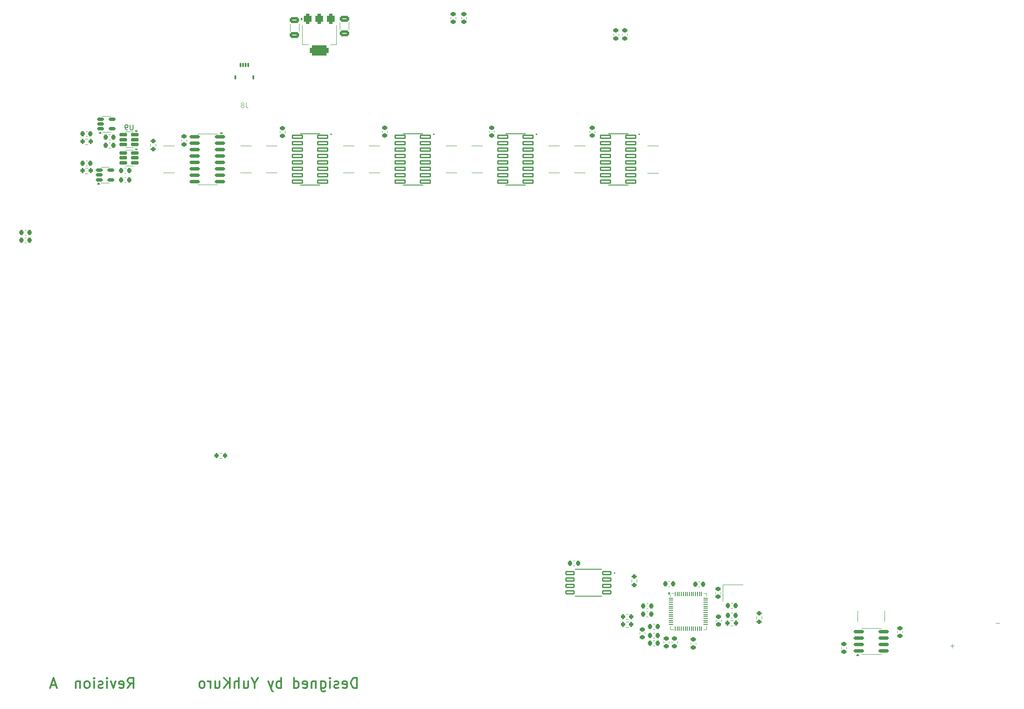
<source format=gbr>
%TF.GenerationSoftware,KiCad,Pcbnew,8.0.4*%
%TF.CreationDate,2024-10-18T15:07:03-05:00*%
%TF.ProjectId,numlocked_shift,6e756d6c-6f63-46b6-9564-5f7368696674,rev?*%
%TF.SameCoordinates,Original*%
%TF.FileFunction,Legend,Bot*%
%TF.FilePolarity,Positive*%
%FSLAX46Y46*%
G04 Gerber Fmt 4.6, Leading zero omitted, Abs format (unit mm)*
G04 Created by KiCad (PCBNEW 8.0.4) date 2024-10-18 15:07:03*
%MOMM*%
%LPD*%
G01*
G04 APERTURE LIST*
G04 Aperture macros list*
%AMRoundRect*
0 Rectangle with rounded corners*
0 $1 Rounding radius*
0 $2 $3 $4 $5 $6 $7 $8 $9 X,Y pos of 4 corners*
0 Add a 4 corners polygon primitive as box body*
4,1,4,$2,$3,$4,$5,$6,$7,$8,$9,$2,$3,0*
0 Add four circle primitives for the rounded corners*
1,1,$1+$1,$2,$3*
1,1,$1+$1,$4,$5*
1,1,$1+$1,$6,$7*
1,1,$1+$1,$8,$9*
0 Add four rect primitives between the rounded corners*
20,1,$1+$1,$2,$3,$4,$5,0*
20,1,$1+$1,$4,$5,$6,$7,0*
20,1,$1+$1,$6,$7,$8,$9,0*
20,1,$1+$1,$8,$9,$2,$3,0*%
G04 Aperture macros list end*
%ADD10C,0.300000*%
%ADD11C,0.100000*%
%ADD12C,0.150000*%
%ADD13C,0.120000*%
%ADD14C,0.127000*%
%ADD15C,0.200000*%
%ADD16C,1.700000*%
%ADD17C,3.000000*%
%ADD18C,4.000000*%
%ADD19R,2.550000X2.500000*%
%ADD20R,1.350000X1.350000*%
%ADD21O,1.350000X1.350000*%
%ADD22C,4.400000*%
%ADD23C,3.050000*%
%ADD24C,1.800000*%
%ADD25R,1.700000X1.700000*%
%ADD26O,1.700000X1.700000*%
%ADD27RoundRect,0.150000X-0.512500X-0.150000X0.512500X-0.150000X0.512500X0.150000X-0.512500X0.150000X0*%
%ADD28RoundRect,0.250000X-0.650000X0.325000X-0.650000X-0.325000X0.650000X-0.325000X0.650000X0.325000X0*%
%ADD29RoundRect,0.225000X0.225000X0.250000X-0.225000X0.250000X-0.225000X-0.250000X0.225000X-0.250000X0*%
%ADD30R,0.900000X0.900000*%
%ADD31C,1.200000*%
%ADD32R,4.350000X2.300000*%
%ADD33R,4.040000X2.300000*%
%ADD34RoundRect,0.225000X0.250000X-0.225000X0.250000X0.225000X-0.250000X0.225000X-0.250000X-0.225000X0*%
%ADD35RoundRect,0.225000X-0.250000X0.225000X-0.250000X-0.225000X0.250000X-0.225000X0.250000X0.225000X0*%
%ADD36RoundRect,0.100500X0.986500X0.301500X-0.986500X0.301500X-0.986500X-0.301500X0.986500X-0.301500X0*%
%ADD37RoundRect,0.098000X0.809000X0.294000X-0.809000X0.294000X-0.809000X-0.294000X0.809000X-0.294000X0*%
%ADD38RoundRect,0.200000X-0.200000X-0.275000X0.200000X-0.275000X0.200000X0.275000X-0.200000X0.275000X0*%
%ADD39RoundRect,0.150000X0.650000X0.150000X-0.650000X0.150000X-0.650000X-0.150000X0.650000X-0.150000X0*%
%ADD40RoundRect,0.225000X-0.225000X-0.250000X0.225000X-0.250000X0.225000X0.250000X-0.225000X0.250000X0*%
%ADD41RoundRect,0.200000X0.200000X0.275000X-0.200000X0.275000X-0.200000X-0.275000X0.200000X-0.275000X0*%
%ADD42RoundRect,0.075000X0.075000X0.325000X-0.075000X0.325000X-0.075000X-0.325000X0.075000X-0.325000X0*%
%ADD43RoundRect,0.100000X0.100000X0.300000X-0.100000X0.300000X-0.100000X-0.300000X0.100000X-0.300000X0*%
%ADD44RoundRect,0.050000X-0.050000X0.387500X-0.050000X-0.387500X0.050000X-0.387500X0.050000X0.387500X0*%
%ADD45RoundRect,0.050000X-0.387500X0.050000X-0.387500X-0.050000X0.387500X-0.050000X0.387500X0.050000X0*%
%ADD46R,3.200000X3.200000*%
%ADD47RoundRect,0.200000X-0.275000X0.200000X-0.275000X-0.200000X0.275000X-0.200000X0.275000X0.200000X0*%
%ADD48RoundRect,0.375000X-0.375000X0.625000X-0.375000X-0.625000X0.375000X-0.625000X0.375000X0.625000X0*%
%ADD49RoundRect,0.500000X-1.400000X0.500000X-1.400000X-0.500000X1.400000X-0.500000X1.400000X0.500000X0*%
%ADD50R,1.400000X1.200000*%
%ADD51RoundRect,0.150000X-0.825000X-0.150000X0.825000X-0.150000X0.825000X0.150000X-0.825000X0.150000X0*%
%ADD52RoundRect,0.150000X0.850000X0.150000X-0.850000X0.150000X-0.850000X-0.150000X0.850000X-0.150000X0*%
G04 APERTURE END LIST*
D10*
X96226441Y-163239638D02*
X96226441Y-161239638D01*
X96226441Y-161239638D02*
X95750251Y-161239638D01*
X95750251Y-161239638D02*
X95464536Y-161334876D01*
X95464536Y-161334876D02*
X95274060Y-161525352D01*
X95274060Y-161525352D02*
X95178822Y-161715828D01*
X95178822Y-161715828D02*
X95083584Y-162096780D01*
X95083584Y-162096780D02*
X95083584Y-162382495D01*
X95083584Y-162382495D02*
X95178822Y-162763447D01*
X95178822Y-162763447D02*
X95274060Y-162953923D01*
X95274060Y-162953923D02*
X95464536Y-163144400D01*
X95464536Y-163144400D02*
X95750251Y-163239638D01*
X95750251Y-163239638D02*
X96226441Y-163239638D01*
X93464536Y-163144400D02*
X93655012Y-163239638D01*
X93655012Y-163239638D02*
X94035965Y-163239638D01*
X94035965Y-163239638D02*
X94226441Y-163144400D01*
X94226441Y-163144400D02*
X94321679Y-162953923D01*
X94321679Y-162953923D02*
X94321679Y-162192019D01*
X94321679Y-162192019D02*
X94226441Y-162001542D01*
X94226441Y-162001542D02*
X94035965Y-161906304D01*
X94035965Y-161906304D02*
X93655012Y-161906304D01*
X93655012Y-161906304D02*
X93464536Y-162001542D01*
X93464536Y-162001542D02*
X93369298Y-162192019D01*
X93369298Y-162192019D02*
X93369298Y-162382495D01*
X93369298Y-162382495D02*
X94321679Y-162572971D01*
X92607393Y-163144400D02*
X92416917Y-163239638D01*
X92416917Y-163239638D02*
X92035965Y-163239638D01*
X92035965Y-163239638D02*
X91845488Y-163144400D01*
X91845488Y-163144400D02*
X91750250Y-162953923D01*
X91750250Y-162953923D02*
X91750250Y-162858685D01*
X91750250Y-162858685D02*
X91845488Y-162668209D01*
X91845488Y-162668209D02*
X92035965Y-162572971D01*
X92035965Y-162572971D02*
X92321679Y-162572971D01*
X92321679Y-162572971D02*
X92512155Y-162477733D01*
X92512155Y-162477733D02*
X92607393Y-162287257D01*
X92607393Y-162287257D02*
X92607393Y-162192019D01*
X92607393Y-162192019D02*
X92512155Y-162001542D01*
X92512155Y-162001542D02*
X92321679Y-161906304D01*
X92321679Y-161906304D02*
X92035965Y-161906304D01*
X92035965Y-161906304D02*
X91845488Y-162001542D01*
X90893107Y-163239638D02*
X90893107Y-161906304D01*
X90893107Y-161239638D02*
X90988345Y-161334876D01*
X90988345Y-161334876D02*
X90893107Y-161430114D01*
X90893107Y-161430114D02*
X90797869Y-161334876D01*
X90797869Y-161334876D02*
X90893107Y-161239638D01*
X90893107Y-161239638D02*
X90893107Y-161430114D01*
X89083583Y-161906304D02*
X89083583Y-163525352D01*
X89083583Y-163525352D02*
X89178821Y-163715828D01*
X89178821Y-163715828D02*
X89274059Y-163811066D01*
X89274059Y-163811066D02*
X89464536Y-163906304D01*
X89464536Y-163906304D02*
X89750250Y-163906304D01*
X89750250Y-163906304D02*
X89940726Y-163811066D01*
X89083583Y-163144400D02*
X89274059Y-163239638D01*
X89274059Y-163239638D02*
X89655012Y-163239638D01*
X89655012Y-163239638D02*
X89845488Y-163144400D01*
X89845488Y-163144400D02*
X89940726Y-163049161D01*
X89940726Y-163049161D02*
X90035964Y-162858685D01*
X90035964Y-162858685D02*
X90035964Y-162287257D01*
X90035964Y-162287257D02*
X89940726Y-162096780D01*
X89940726Y-162096780D02*
X89845488Y-162001542D01*
X89845488Y-162001542D02*
X89655012Y-161906304D01*
X89655012Y-161906304D02*
X89274059Y-161906304D01*
X89274059Y-161906304D02*
X89083583Y-162001542D01*
X88131202Y-161906304D02*
X88131202Y-163239638D01*
X88131202Y-162096780D02*
X88035964Y-162001542D01*
X88035964Y-162001542D02*
X87845488Y-161906304D01*
X87845488Y-161906304D02*
X87559773Y-161906304D01*
X87559773Y-161906304D02*
X87369297Y-162001542D01*
X87369297Y-162001542D02*
X87274059Y-162192019D01*
X87274059Y-162192019D02*
X87274059Y-163239638D01*
X85559773Y-163144400D02*
X85750249Y-163239638D01*
X85750249Y-163239638D02*
X86131202Y-163239638D01*
X86131202Y-163239638D02*
X86321678Y-163144400D01*
X86321678Y-163144400D02*
X86416916Y-162953923D01*
X86416916Y-162953923D02*
X86416916Y-162192019D01*
X86416916Y-162192019D02*
X86321678Y-162001542D01*
X86321678Y-162001542D02*
X86131202Y-161906304D01*
X86131202Y-161906304D02*
X85750249Y-161906304D01*
X85750249Y-161906304D02*
X85559773Y-162001542D01*
X85559773Y-162001542D02*
X85464535Y-162192019D01*
X85464535Y-162192019D02*
X85464535Y-162382495D01*
X85464535Y-162382495D02*
X86416916Y-162572971D01*
X83750249Y-163239638D02*
X83750249Y-161239638D01*
X83750249Y-163144400D02*
X83940725Y-163239638D01*
X83940725Y-163239638D02*
X84321678Y-163239638D01*
X84321678Y-163239638D02*
X84512154Y-163144400D01*
X84512154Y-163144400D02*
X84607392Y-163049161D01*
X84607392Y-163049161D02*
X84702630Y-162858685D01*
X84702630Y-162858685D02*
X84702630Y-162287257D01*
X84702630Y-162287257D02*
X84607392Y-162096780D01*
X84607392Y-162096780D02*
X84512154Y-162001542D01*
X84512154Y-162001542D02*
X84321678Y-161906304D01*
X84321678Y-161906304D02*
X83940725Y-161906304D01*
X83940725Y-161906304D02*
X83750249Y-162001542D01*
X81274058Y-163239638D02*
X81274058Y-161239638D01*
X81274058Y-162001542D02*
X81083582Y-161906304D01*
X81083582Y-161906304D02*
X80702629Y-161906304D01*
X80702629Y-161906304D02*
X80512153Y-162001542D01*
X80512153Y-162001542D02*
X80416915Y-162096780D01*
X80416915Y-162096780D02*
X80321677Y-162287257D01*
X80321677Y-162287257D02*
X80321677Y-162858685D01*
X80321677Y-162858685D02*
X80416915Y-163049161D01*
X80416915Y-163049161D02*
X80512153Y-163144400D01*
X80512153Y-163144400D02*
X80702629Y-163239638D01*
X80702629Y-163239638D02*
X81083582Y-163239638D01*
X81083582Y-163239638D02*
X81274058Y-163144400D01*
X79655010Y-161906304D02*
X79178820Y-163239638D01*
X78702629Y-161906304D02*
X79178820Y-163239638D01*
X79178820Y-163239638D02*
X79369296Y-163715828D01*
X79369296Y-163715828D02*
X79464534Y-163811066D01*
X79464534Y-163811066D02*
X79655010Y-163906304D01*
X76035962Y-162287257D02*
X76035962Y-163239638D01*
X76702628Y-161239638D02*
X76035962Y-162287257D01*
X76035962Y-162287257D02*
X75369295Y-161239638D01*
X73845485Y-161906304D02*
X73845485Y-163239638D01*
X74702628Y-161906304D02*
X74702628Y-162953923D01*
X74702628Y-162953923D02*
X74607390Y-163144400D01*
X74607390Y-163144400D02*
X74416914Y-163239638D01*
X74416914Y-163239638D02*
X74131199Y-163239638D01*
X74131199Y-163239638D02*
X73940723Y-163144400D01*
X73940723Y-163144400D02*
X73845485Y-163049161D01*
X72893104Y-163239638D02*
X72893104Y-161239638D01*
X72035961Y-163239638D02*
X72035961Y-162192019D01*
X72035961Y-162192019D02*
X72131199Y-162001542D01*
X72131199Y-162001542D02*
X72321675Y-161906304D01*
X72321675Y-161906304D02*
X72607390Y-161906304D01*
X72607390Y-161906304D02*
X72797866Y-162001542D01*
X72797866Y-162001542D02*
X72893104Y-162096780D01*
X71083580Y-163239638D02*
X71083580Y-161239638D01*
X69940723Y-163239638D02*
X70797866Y-162096780D01*
X69940723Y-161239638D02*
X71083580Y-162382495D01*
X68226437Y-161906304D02*
X68226437Y-163239638D01*
X69083580Y-161906304D02*
X69083580Y-162953923D01*
X69083580Y-162953923D02*
X68988342Y-163144400D01*
X68988342Y-163144400D02*
X68797866Y-163239638D01*
X68797866Y-163239638D02*
X68512151Y-163239638D01*
X68512151Y-163239638D02*
X68321675Y-163144400D01*
X68321675Y-163144400D02*
X68226437Y-163049161D01*
X67274056Y-163239638D02*
X67274056Y-161906304D01*
X67274056Y-162287257D02*
X67178818Y-162096780D01*
X67178818Y-162096780D02*
X67083580Y-162001542D01*
X67083580Y-162001542D02*
X66893104Y-161906304D01*
X66893104Y-161906304D02*
X66702627Y-161906304D01*
X65750247Y-163239638D02*
X65940723Y-163144400D01*
X65940723Y-163144400D02*
X66035961Y-163049161D01*
X66035961Y-163049161D02*
X66131199Y-162858685D01*
X66131199Y-162858685D02*
X66131199Y-162287257D01*
X66131199Y-162287257D02*
X66035961Y-162096780D01*
X66035961Y-162096780D02*
X65940723Y-162001542D01*
X65940723Y-162001542D02*
X65750247Y-161906304D01*
X65750247Y-161906304D02*
X65464532Y-161906304D01*
X65464532Y-161906304D02*
X65274056Y-162001542D01*
X65274056Y-162001542D02*
X65178818Y-162096780D01*
X65178818Y-162096780D02*
X65083580Y-162287257D01*
X65083580Y-162287257D02*
X65083580Y-162858685D01*
X65083580Y-162858685D02*
X65178818Y-163049161D01*
X65178818Y-163049161D02*
X65274056Y-163144400D01*
X65274056Y-163144400D02*
X65464532Y-163239638D01*
X65464532Y-163239638D02*
X65750247Y-163239638D01*
X50893100Y-163239638D02*
X51559767Y-162287257D01*
X52035957Y-163239638D02*
X52035957Y-161239638D01*
X52035957Y-161239638D02*
X51274052Y-161239638D01*
X51274052Y-161239638D02*
X51083576Y-161334876D01*
X51083576Y-161334876D02*
X50988338Y-161430114D01*
X50988338Y-161430114D02*
X50893100Y-161620590D01*
X50893100Y-161620590D02*
X50893100Y-161906304D01*
X50893100Y-161906304D02*
X50988338Y-162096780D01*
X50988338Y-162096780D02*
X51083576Y-162192019D01*
X51083576Y-162192019D02*
X51274052Y-162287257D01*
X51274052Y-162287257D02*
X52035957Y-162287257D01*
X49274052Y-163144400D02*
X49464528Y-163239638D01*
X49464528Y-163239638D02*
X49845481Y-163239638D01*
X49845481Y-163239638D02*
X50035957Y-163144400D01*
X50035957Y-163144400D02*
X50131195Y-162953923D01*
X50131195Y-162953923D02*
X50131195Y-162192019D01*
X50131195Y-162192019D02*
X50035957Y-162001542D01*
X50035957Y-162001542D02*
X49845481Y-161906304D01*
X49845481Y-161906304D02*
X49464528Y-161906304D01*
X49464528Y-161906304D02*
X49274052Y-162001542D01*
X49274052Y-162001542D02*
X49178814Y-162192019D01*
X49178814Y-162192019D02*
X49178814Y-162382495D01*
X49178814Y-162382495D02*
X50131195Y-162572971D01*
X48512147Y-161906304D02*
X48035957Y-163239638D01*
X48035957Y-163239638D02*
X47559766Y-161906304D01*
X46797861Y-163239638D02*
X46797861Y-161906304D01*
X46797861Y-161239638D02*
X46893099Y-161334876D01*
X46893099Y-161334876D02*
X46797861Y-161430114D01*
X46797861Y-161430114D02*
X46702623Y-161334876D01*
X46702623Y-161334876D02*
X46797861Y-161239638D01*
X46797861Y-161239638D02*
X46797861Y-161430114D01*
X45940718Y-163144400D02*
X45750242Y-163239638D01*
X45750242Y-163239638D02*
X45369290Y-163239638D01*
X45369290Y-163239638D02*
X45178813Y-163144400D01*
X45178813Y-163144400D02*
X45083575Y-162953923D01*
X45083575Y-162953923D02*
X45083575Y-162858685D01*
X45083575Y-162858685D02*
X45178813Y-162668209D01*
X45178813Y-162668209D02*
X45369290Y-162572971D01*
X45369290Y-162572971D02*
X45655004Y-162572971D01*
X45655004Y-162572971D02*
X45845480Y-162477733D01*
X45845480Y-162477733D02*
X45940718Y-162287257D01*
X45940718Y-162287257D02*
X45940718Y-162192019D01*
X45940718Y-162192019D02*
X45845480Y-162001542D01*
X45845480Y-162001542D02*
X45655004Y-161906304D01*
X45655004Y-161906304D02*
X45369290Y-161906304D01*
X45369290Y-161906304D02*
X45178813Y-162001542D01*
X44226432Y-163239638D02*
X44226432Y-161906304D01*
X44226432Y-161239638D02*
X44321670Y-161334876D01*
X44321670Y-161334876D02*
X44226432Y-161430114D01*
X44226432Y-161430114D02*
X44131194Y-161334876D01*
X44131194Y-161334876D02*
X44226432Y-161239638D01*
X44226432Y-161239638D02*
X44226432Y-161430114D01*
X42988337Y-163239638D02*
X43178813Y-163144400D01*
X43178813Y-163144400D02*
X43274051Y-163049161D01*
X43274051Y-163049161D02*
X43369289Y-162858685D01*
X43369289Y-162858685D02*
X43369289Y-162287257D01*
X43369289Y-162287257D02*
X43274051Y-162096780D01*
X43274051Y-162096780D02*
X43178813Y-162001542D01*
X43178813Y-162001542D02*
X42988337Y-161906304D01*
X42988337Y-161906304D02*
X42702622Y-161906304D01*
X42702622Y-161906304D02*
X42512146Y-162001542D01*
X42512146Y-162001542D02*
X42416908Y-162096780D01*
X42416908Y-162096780D02*
X42321670Y-162287257D01*
X42321670Y-162287257D02*
X42321670Y-162858685D01*
X42321670Y-162858685D02*
X42416908Y-163049161D01*
X42416908Y-163049161D02*
X42512146Y-163144400D01*
X42512146Y-163144400D02*
X42702622Y-163239638D01*
X42702622Y-163239638D02*
X42988337Y-163239638D01*
X41464527Y-161906304D02*
X41464527Y-163239638D01*
X41464527Y-162096780D02*
X41369289Y-162001542D01*
X41369289Y-162001542D02*
X41178813Y-161906304D01*
X41178813Y-161906304D02*
X40893098Y-161906304D01*
X40893098Y-161906304D02*
X40702622Y-162001542D01*
X40702622Y-162001542D02*
X40607384Y-162192019D01*
X40607384Y-162192019D02*
X40607384Y-163239638D01*
X36702621Y-162668209D02*
X35750240Y-162668209D01*
X36893097Y-163239638D02*
X36226431Y-161239638D01*
X36226431Y-161239638D02*
X35559764Y-163239638D01*
D11*
X223396115Y-150391466D02*
X222634211Y-150391466D01*
X214396115Y-154891466D02*
X213634211Y-154891466D01*
X214015163Y-155272419D02*
X214015163Y-154510514D01*
D12*
X51935104Y-51654819D02*
X51935104Y-52464342D01*
X51935104Y-52464342D02*
X51887485Y-52559580D01*
X51887485Y-52559580D02*
X51839866Y-52607200D01*
X51839866Y-52607200D02*
X51744628Y-52654819D01*
X51744628Y-52654819D02*
X51554152Y-52654819D01*
X51554152Y-52654819D02*
X51458914Y-52607200D01*
X51458914Y-52607200D02*
X51411295Y-52559580D01*
X51411295Y-52559580D02*
X51363676Y-52464342D01*
X51363676Y-52464342D02*
X51363676Y-51654819D01*
X50839866Y-52654819D02*
X50649390Y-52654819D01*
X50649390Y-52654819D02*
X50554152Y-52607200D01*
X50554152Y-52607200D02*
X50506533Y-52559580D01*
X50506533Y-52559580D02*
X50411295Y-52416723D01*
X50411295Y-52416723D02*
X50363676Y-52226247D01*
X50363676Y-52226247D02*
X50363676Y-51845295D01*
X50363676Y-51845295D02*
X50411295Y-51750057D01*
X50411295Y-51750057D02*
X50458914Y-51702438D01*
X50458914Y-51702438D02*
X50554152Y-51654819D01*
X50554152Y-51654819D02*
X50744628Y-51654819D01*
X50744628Y-51654819D02*
X50839866Y-51702438D01*
X50839866Y-51702438D02*
X50887485Y-51750057D01*
X50887485Y-51750057D02*
X50935104Y-51845295D01*
X50935104Y-51845295D02*
X50935104Y-52083390D01*
X50935104Y-52083390D02*
X50887485Y-52178628D01*
X50887485Y-52178628D02*
X50839866Y-52226247D01*
X50839866Y-52226247D02*
X50744628Y-52273866D01*
X50744628Y-52273866D02*
X50554152Y-52273866D01*
X50554152Y-52273866D02*
X50458914Y-52226247D01*
X50458914Y-52226247D02*
X50411295Y-52178628D01*
X50411295Y-52178628D02*
X50363676Y-52083390D01*
D11*
X74298133Y-47257419D02*
X74298133Y-47971704D01*
X74298133Y-47971704D02*
X74345752Y-48114561D01*
X74345752Y-48114561D02*
X74440990Y-48209800D01*
X74440990Y-48209800D02*
X74583847Y-48257419D01*
X74583847Y-48257419D02*
X74679085Y-48257419D01*
X73679085Y-47685990D02*
X73774323Y-47638371D01*
X73774323Y-47638371D02*
X73821942Y-47590752D01*
X73821942Y-47590752D02*
X73869561Y-47495514D01*
X73869561Y-47495514D02*
X73869561Y-47447895D01*
X73869561Y-47447895D02*
X73821942Y-47352657D01*
X73821942Y-47352657D02*
X73774323Y-47305038D01*
X73774323Y-47305038D02*
X73679085Y-47257419D01*
X73679085Y-47257419D02*
X73488609Y-47257419D01*
X73488609Y-47257419D02*
X73393371Y-47305038D01*
X73393371Y-47305038D02*
X73345752Y-47352657D01*
X73345752Y-47352657D02*
X73298133Y-47447895D01*
X73298133Y-47447895D02*
X73298133Y-47495514D01*
X73298133Y-47495514D02*
X73345752Y-47590752D01*
X73345752Y-47590752D02*
X73393371Y-47638371D01*
X73393371Y-47638371D02*
X73488609Y-47685990D01*
X73488609Y-47685990D02*
X73679085Y-47685990D01*
X73679085Y-47685990D02*
X73774323Y-47733609D01*
X73774323Y-47733609D02*
X73821942Y-47781228D01*
X73821942Y-47781228D02*
X73869561Y-47876466D01*
X73869561Y-47876466D02*
X73869561Y-48066942D01*
X73869561Y-48066942D02*
X73821942Y-48162180D01*
X73821942Y-48162180D02*
X73774323Y-48209800D01*
X73774323Y-48209800D02*
X73679085Y-48257419D01*
X73679085Y-48257419D02*
X73488609Y-48257419D01*
X73488609Y-48257419D02*
X73393371Y-48209800D01*
X73393371Y-48209800D02*
X73345752Y-48162180D01*
X73345752Y-48162180D02*
X73298133Y-48066942D01*
X73298133Y-48066942D02*
X73298133Y-47876466D01*
X73298133Y-47876466D02*
X73345752Y-47781228D01*
X73345752Y-47781228D02*
X73393371Y-47733609D01*
X73393371Y-47733609D02*
X73488609Y-47685990D01*
D13*
%TO.C,U12*%
X45600000Y-60040000D02*
X46400000Y-60040000D01*
X45600000Y-63160000D02*
X46400000Y-63160000D01*
X47200000Y-60040000D02*
X46400000Y-60040000D01*
X47200000Y-63160000D02*
X46400000Y-63160000D01*
X45340000Y-63440000D02*
X44860000Y-63440000D01*
X45100000Y-63110000D01*
X45340000Y-63440000D01*
G36*
X45340000Y-63440000D02*
G01*
X44860000Y-63440000D01*
X45100000Y-63110000D01*
X45340000Y-63440000D01*
G37*
%TO.C,C16*%
X82990000Y-33111252D02*
X82990000Y-31688748D01*
X84810000Y-33111252D02*
X84810000Y-31688748D01*
%TO.C,C29*%
X30509420Y-73990000D02*
X30790580Y-73990000D01*
X30509420Y-75010000D02*
X30790580Y-75010000D01*
%TO.C,RN9*%
X195330000Y-147950000D02*
X195330000Y-150050000D01*
X200670000Y-147950000D02*
X200670000Y-150050000D01*
%TO.C,C19*%
X116892700Y-30355820D02*
X116892700Y-30636980D01*
X117912700Y-30355820D02*
X117912700Y-30636980D01*
%TO.C,C25*%
X142290000Y-52894620D02*
X142290000Y-53175780D01*
X143310000Y-52894620D02*
X143310000Y-53175780D01*
%TO.C,C13*%
X167190000Y-144540580D02*
X167190000Y-144259420D01*
X168210000Y-144540580D02*
X168210000Y-144259420D01*
%TO.C,C22*%
X80990000Y-52959420D02*
X80990000Y-53240580D01*
X82010000Y-52959420D02*
X82010000Y-53240580D01*
%TO.C,C33*%
X203172600Y-152005420D02*
X203172600Y-152286580D01*
X204192600Y-152005420D02*
X204192600Y-152286580D01*
%TO.C,C31*%
X146990000Y-33890580D02*
X146990000Y-33609420D01*
X148010000Y-33890580D02*
X148010000Y-33609420D01*
%TO.C,C17*%
X92830000Y-32821252D02*
X92830000Y-31398748D01*
X94650000Y-32821252D02*
X94650000Y-31398748D01*
D14*
%TO.C,U4*%
X85019400Y-53431200D02*
X88919400Y-53431200D01*
X85019400Y-63561200D02*
X88919400Y-63561200D01*
D15*
X91214400Y-53551200D02*
G75*
G02*
X91014400Y-53551200I-100000J0D01*
G01*
X91014400Y-53551200D02*
G75*
G02*
X91214400Y-53551200I100000J0D01*
G01*
D13*
%TO.C,C11*%
X154859420Y-152290000D02*
X155140580Y-152290000D01*
X154859420Y-153310000D02*
X155140580Y-153310000D01*
%TO.C,RN7*%
X141359400Y-55826200D02*
X139259400Y-55826200D01*
X141359400Y-61166200D02*
X139259400Y-61166200D01*
D14*
%TO.C,U2*%
X139396800Y-139752400D02*
X144676800Y-139752400D01*
X139396800Y-145032400D02*
X144676800Y-145032400D01*
D15*
X147351800Y-140487400D02*
G75*
G02*
X147151800Y-140487400I-100000J0D01*
G01*
X147151800Y-140487400D02*
G75*
G02*
X147351800Y-140487400I100000J0D01*
G01*
D13*
%TO.C,C28*%
X30509420Y-72490000D02*
X30790580Y-72490000D01*
X30509420Y-73510000D02*
X30790580Y-73510000D01*
%TO.C,R2*%
X149944858Y-148600900D02*
X149470342Y-148600900D01*
X149944858Y-149645900D02*
X149470342Y-149645900D01*
%TO.C,RN6*%
X134179400Y-55826200D02*
X136279400Y-55826200D01*
X134179400Y-61166200D02*
X136279400Y-61166200D01*
%TO.C,RN8*%
X153712200Y-55851600D02*
X155812200Y-55851600D01*
X153712200Y-61191600D02*
X155812200Y-61191600D01*
%TO.C,U9*%
X50398200Y-53040000D02*
X51173200Y-53040000D01*
X50398200Y-56160000D02*
X51173200Y-56160000D01*
X51948200Y-53040000D02*
X51173200Y-53040000D01*
X51948200Y-56160000D02*
X51173200Y-56160000D01*
X52535700Y-53090000D02*
X52295700Y-52760000D01*
X52775700Y-52760000D01*
X52535700Y-53090000D01*
G36*
X52535700Y-53090000D02*
G01*
X52295700Y-52760000D01*
X52775700Y-52760000D01*
X52535700Y-53090000D01*
G37*
%TO.C,RN1*%
X80399400Y-55826200D02*
X78299400Y-55826200D01*
X80399400Y-61166200D02*
X78299400Y-61166200D01*
%TO.C,C26*%
X50540580Y-62090000D02*
X50259420Y-62090000D01*
X50540580Y-63110000D02*
X50259420Y-63110000D01*
%TO.C,C36*%
X47159420Y-53590000D02*
X47440580Y-53590000D01*
X47159420Y-54610000D02*
X47440580Y-54610000D01*
%TO.C,C35*%
X50540580Y-60240000D02*
X50259420Y-60240000D01*
X50540580Y-61260000D02*
X50259420Y-61260000D01*
%TO.C,C5*%
X154859420Y-153890000D02*
X155140580Y-153890000D01*
X154859420Y-154910000D02*
X155140580Y-154910000D01*
%TO.C,R3*%
X149944858Y-150150300D02*
X149470342Y-150150300D01*
X149944858Y-151195300D02*
X149470342Y-151195300D01*
%TO.C,U11*%
X45900000Y-49940000D02*
X46700000Y-49940000D01*
X45900000Y-53060000D02*
X46700000Y-53060000D01*
X47500000Y-49940000D02*
X46700000Y-49940000D01*
X47500000Y-53060000D02*
X46700000Y-53060000D01*
X45640000Y-53340000D02*
X45160000Y-53340000D01*
X45400000Y-53010000D01*
X45640000Y-53340000D01*
G36*
X45640000Y-53340000D02*
G01*
X45160000Y-53340000D01*
X45400000Y-53010000D01*
X45640000Y-53340000D01*
G37*
%TO.C,R4*%
X170637258Y-149877500D02*
X170162742Y-149877500D01*
X170637258Y-150922500D02*
X170162742Y-150922500D01*
%TO.C,C12*%
X154859420Y-150590000D02*
X155140580Y-150590000D01*
X154859420Y-151610000D02*
X155140580Y-151610000D01*
%TO.C,C2*%
X153529420Y-146454400D02*
X153810580Y-146454400D01*
X153529420Y-147474400D02*
X153810580Y-147474400D01*
%TO.C,C32*%
X192040000Y-155440580D02*
X192040000Y-155159420D01*
X193060000Y-155440580D02*
X193060000Y-155159420D01*
%TO.C,R10*%
X42512742Y-60227500D02*
X42987258Y-60227500D01*
X42512742Y-61272500D02*
X42987258Y-61272500D01*
%TO.C,C4*%
X153529420Y-148105400D02*
X153810580Y-148105400D01*
X153529420Y-149125400D02*
X153810580Y-149125400D01*
%TO.C,RN2*%
X93539400Y-55826200D02*
X95639400Y-55826200D01*
X93539400Y-61166200D02*
X95639400Y-61166200D01*
%TO.C,C1*%
X152190000Y-152540580D02*
X152190000Y-152259420D01*
X153210000Y-152540580D02*
X153210000Y-152259420D01*
D14*
%TO.C,U7*%
X145979400Y-53431200D02*
X149879400Y-53431200D01*
X145979400Y-63561200D02*
X149879400Y-63561200D01*
D15*
X152174400Y-53551200D02*
G75*
G02*
X151974400Y-53551200I-100000J0D01*
G01*
X151974400Y-53551200D02*
G75*
G02*
X152174400Y-53551200I100000J0D01*
G01*
D13*
%TO.C,U1*%
X158210200Y-144738100D02*
X158210200Y-145088100D01*
X158210200Y-151658100D02*
X158210200Y-151008100D01*
X158450200Y-144438100D02*
X158860200Y-144438100D01*
X158860200Y-151658100D02*
X158210200Y-151658100D01*
X164780200Y-144438100D02*
X165430200Y-144438100D01*
X164780200Y-151658100D02*
X165430200Y-151658100D01*
X165430200Y-144438100D02*
X165430200Y-145088100D01*
X165430200Y-151658100D02*
X165430200Y-151008100D01*
X158210200Y-144438100D02*
X157880200Y-144678100D01*
X157880200Y-144198100D01*
X158210200Y-144438100D01*
G36*
X158210200Y-144438100D02*
G01*
X157880200Y-144678100D01*
X157880200Y-144198100D01*
X158210200Y-144438100D01*
G37*
%TO.C,R6*%
X55377500Y-55937258D02*
X55377500Y-55462742D01*
X56422500Y-55937258D02*
X56422500Y-55462742D01*
%TO.C,C3*%
X167257000Y-150025980D02*
X167257000Y-149744820D01*
X168277000Y-150025980D02*
X168277000Y-149744820D01*
%TO.C,C34*%
X42609420Y-52890000D02*
X42890580Y-52890000D01*
X42609420Y-53910000D02*
X42890580Y-53910000D01*
%TO.C,RN11*%
X73219400Y-55826200D02*
X75319400Y-55826200D01*
X73219400Y-61166200D02*
X75319400Y-61166200D01*
%TO.C,C9*%
X156954200Y-154340580D02*
X156954200Y-154059420D01*
X157974200Y-154340580D02*
X157974200Y-154059420D01*
%TO.C,RN4*%
X113859400Y-55826200D02*
X115959400Y-55826200D01*
X113859400Y-61166200D02*
X115959400Y-61166200D01*
%TO.C,C27*%
X47159420Y-55190000D02*
X47440580Y-55190000D01*
X47159420Y-56210000D02*
X47440580Y-56210000D01*
%TO.C,RN3*%
X100719400Y-55826200D02*
X98619400Y-55826200D01*
X100719400Y-61166200D02*
X98619400Y-61166200D01*
%TO.C,C10*%
X157884420Y-142090000D02*
X158165580Y-142090000D01*
X157884420Y-143110000D02*
X158165580Y-143110000D01*
%TO.C,C38*%
X162290000Y-154540580D02*
X162290000Y-154259420D01*
X163310000Y-154540580D02*
X163310000Y-154259420D01*
%TO.C,U3*%
X85390000Y-35710000D02*
X85390000Y-31950000D01*
X86650000Y-35710000D02*
X85390000Y-35710000D01*
X90950000Y-35710000D02*
X92210000Y-35710000D01*
X92210000Y-35710000D02*
X92210000Y-31950000D01*
X85490000Y-30670000D02*
X85160000Y-30910000D01*
X85160000Y-30430000D01*
X85490000Y-30670000D01*
G36*
X85490000Y-30670000D02*
G01*
X85160000Y-30910000D01*
X85160000Y-30430000D01*
X85490000Y-30670000D01*
G37*
%TO.C,X1*%
X168600000Y-142750000D02*
X168600000Y-146050000D01*
X172600000Y-142750000D02*
X168600000Y-142750000D01*
%TO.C,C39*%
X61540000Y-54890580D02*
X61540000Y-54609420D01*
X62560000Y-54890580D02*
X62560000Y-54609420D01*
%TO.C,U10*%
X196043000Y-151440000D02*
X197993000Y-151440000D01*
X196043000Y-156560000D02*
X197993000Y-156560000D01*
X199943000Y-151440000D02*
X197993000Y-151440000D01*
X199943000Y-156560000D02*
X197993000Y-156560000D01*
X195533000Y-156795000D02*
X195053000Y-156795000D01*
X195293000Y-156465000D01*
X195533000Y-156795000D01*
G36*
X195533000Y-156795000D02*
G01*
X195053000Y-156795000D01*
X195293000Y-156465000D01*
X195533000Y-156795000D01*
G37*
%TO.C,U8*%
X50398200Y-56646000D02*
X51173200Y-56646000D01*
X50398200Y-59766000D02*
X51173200Y-59766000D01*
X51948200Y-56646000D02*
X51173200Y-56646000D01*
X51948200Y-59766000D02*
X51173200Y-59766000D01*
X52535700Y-56696000D02*
X52295700Y-56366000D01*
X52775700Y-56366000D01*
X52535700Y-56696000D01*
G36*
X52535700Y-56696000D02*
G01*
X52295700Y-56366000D01*
X52775700Y-56366000D01*
X52535700Y-56696000D01*
G37*
D14*
%TO.C,U5*%
X105339400Y-53431200D02*
X109239400Y-53431200D01*
X105339400Y-63561200D02*
X109239400Y-63561200D01*
D15*
X111534400Y-53551200D02*
G75*
G02*
X111334400Y-53551200I-100000J0D01*
G01*
X111334400Y-53551200D02*
G75*
G02*
X111534400Y-53551200I100000J0D01*
G01*
D13*
%TO.C,C23*%
X101190000Y-52859420D02*
X101190000Y-53140580D01*
X102210000Y-52859420D02*
X102210000Y-53140580D01*
%TO.C,R5*%
X150591700Y-142227358D02*
X150591700Y-141752842D01*
X151636700Y-142227358D02*
X151636700Y-141752842D01*
%TO.C,C37*%
X42609420Y-58740000D02*
X42890580Y-58740000D01*
X42609420Y-59760000D02*
X42890580Y-59760000D01*
%TO.C,U13*%
X64699400Y-53436200D02*
X66649400Y-53436200D01*
X64699400Y-63556200D02*
X66649400Y-63556200D01*
X68599400Y-53436200D02*
X66649400Y-53436200D01*
X68599400Y-63556200D02*
X66649400Y-63556200D01*
X69374400Y-53491200D02*
X69134400Y-53161200D01*
X69614400Y-53161200D01*
X69374400Y-53491200D01*
G36*
X69374400Y-53491200D02*
G01*
X69134400Y-53161200D01*
X69614400Y-53161200D01*
X69374400Y-53491200D01*
G37*
%TO.C,C30*%
X148740000Y-33890580D02*
X148740000Y-33609420D01*
X149760000Y-33890580D02*
X149760000Y-33609420D01*
%TO.C,C7*%
X170549180Y-148334000D02*
X170268020Y-148334000D01*
X170549180Y-149354000D02*
X170268020Y-149354000D01*
%TO.C,C18*%
X114790000Y-30359420D02*
X114790000Y-30640580D01*
X115810000Y-30359420D02*
X115810000Y-30640580D01*
%TO.C,RN10*%
X60079400Y-55826200D02*
X57979400Y-55826200D01*
X60079400Y-61166200D02*
X57979400Y-61166200D01*
%TO.C,C24*%
X122390000Y-52859420D02*
X122390000Y-53140580D01*
X123410000Y-52859420D02*
X123410000Y-53140580D01*
%TO.C,RN5*%
X121039400Y-55826200D02*
X118939400Y-55826200D01*
X121039400Y-61166200D02*
X118939400Y-61166200D01*
%TO.C,C6*%
X164090580Y-142190000D02*
X163809420Y-142190000D01*
X164090580Y-143210000D02*
X163809420Y-143210000D01*
%TO.C,C14*%
X170540580Y-146390000D02*
X170259420Y-146390000D01*
X170540580Y-147410000D02*
X170259420Y-147410000D01*
%TO.C,C15*%
X139340580Y-137990000D02*
X139059420Y-137990000D01*
X139340580Y-139010000D02*
X139059420Y-139010000D01*
D14*
%TO.C,U6*%
X125659400Y-53431200D02*
X129559400Y-53431200D01*
X125659400Y-63561200D02*
X129559400Y-63561200D01*
D15*
X131854400Y-53551200D02*
G75*
G02*
X131654400Y-53551200I-100000J0D01*
G01*
X131654400Y-53551200D02*
G75*
G02*
X131854400Y-53551200I100000J0D01*
G01*
D13*
%TO.C,C8*%
X158590000Y-154340580D02*
X158590000Y-154059420D01*
X159610000Y-154340580D02*
X159610000Y-154059420D01*
%TO.C,R8*%
X175277500Y-149537258D02*
X175277500Y-149062742D01*
X176322500Y-149537258D02*
X176322500Y-149062742D01*
%TO.C,R9*%
X42512742Y-54477500D02*
X42987258Y-54477500D01*
X42512742Y-55522500D02*
X42987258Y-55522500D01*
%TO.C,R11*%
X69537258Y-116677500D02*
X69062742Y-116677500D01*
X69537258Y-117722500D02*
X69062742Y-117722500D01*
%TD*%
%LPC*%
D16*
%TO.C,S32*%
X152349200Y-72491600D03*
D17*
X153619200Y-69951600D03*
D18*
X157429200Y-72491600D03*
D17*
X159969200Y-67411600D03*
D16*
X162509200Y-72491600D03*
D19*
X150019200Y-69951600D03*
X163444200Y-67411600D03*
%TD*%
D20*
%TO.C,J2*%
X131362200Y-36915600D03*
D21*
X131362200Y-34915600D03*
%TD*%
D16*
%TO.C,S38*%
X33286700Y-148691600D03*
D17*
X34556700Y-146151600D03*
D18*
X38366700Y-148691600D03*
D17*
X40906700Y-143611600D03*
D16*
X43446700Y-148691600D03*
D19*
X30956700Y-146151600D03*
X44381700Y-143611600D03*
%TD*%
D16*
%TO.C,S36*%
X33286700Y-91541600D03*
D17*
X34556700Y-89001600D03*
D18*
X38366700Y-91541600D03*
D17*
X40906700Y-86461600D03*
D16*
X43446700Y-91541600D03*
D19*
X30956700Y-89001600D03*
X44381700Y-86461600D03*
%TD*%
D16*
%TO.C,S4*%
X80911700Y-48679100D03*
D17*
X82181700Y-46139100D03*
D18*
X85991700Y-48679100D03*
D17*
X88531700Y-43599100D03*
D16*
X91071700Y-48679100D03*
D19*
X78581700Y-46139100D03*
X92006700Y-43599100D03*
%TD*%
D16*
%TO.C,S31*%
X161874200Y-91541600D03*
D17*
X163144200Y-89001600D03*
D18*
X166954200Y-91541600D03*
D17*
X169494200Y-86461600D03*
D16*
X172034200Y-91541600D03*
D19*
X159544200Y-89001600D03*
X172969200Y-86461600D03*
%TD*%
D16*
%TO.C,S20*%
X119011700Y-48679100D03*
D17*
X120281700Y-46139100D03*
D18*
X124091700Y-48679100D03*
D17*
X126631700Y-43599100D03*
D16*
X129171700Y-48679100D03*
D19*
X116681700Y-46139100D03*
X130106700Y-43599100D03*
%TD*%
D16*
%TO.C,S2*%
X76149200Y-72491600D03*
D17*
X77419200Y-69951600D03*
D18*
X81229200Y-72491600D03*
D17*
X83769200Y-67411600D03*
D16*
X86309200Y-72491600D03*
D19*
X73819200Y-69951600D03*
X87244200Y-67411600D03*
%TD*%
D16*
%TO.C,S35*%
X33286700Y-129641600D03*
D17*
X34556700Y-127101600D03*
D18*
X38366700Y-129641600D03*
D17*
X40906700Y-124561600D03*
D16*
X43446700Y-129641600D03*
D19*
X30956700Y-127101600D03*
X44381700Y-124561600D03*
%TD*%
D22*
%TO.C,H1*%
X30460450Y-39710000D03*
%TD*%
%TO.C,H4*%
X239154200Y-161400000D03*
%TD*%
D23*
%TO.C,S8*%
X62185450Y-122666600D03*
D18*
X62185450Y-137906600D03*
D16*
X69005450Y-129641600D03*
D17*
X70275450Y-127101600D03*
D18*
X74085450Y-129641600D03*
D17*
X76625450Y-124561600D03*
D16*
X79165450Y-129641600D03*
D23*
X85985450Y-122666600D03*
D18*
X85985450Y-137906600D03*
D19*
X66675450Y-127101600D03*
X80100450Y-124561600D03*
%TD*%
D22*
%TO.C,H5*%
X52654200Y-139166600D03*
%TD*%
D16*
%TO.C,S30*%
X166636700Y-110591600D03*
D17*
X167906700Y-108051600D03*
D18*
X171716700Y-110591600D03*
D17*
X174256700Y-105511600D03*
D16*
X176796700Y-110591600D03*
D19*
X164306700Y-108051600D03*
X177731700Y-105511600D03*
%TD*%
D16*
%TO.C,S37*%
X43446700Y-72491600D03*
D17*
X42176700Y-75031600D03*
D18*
X38366700Y-72491600D03*
D17*
X35826700Y-77571600D03*
D16*
X33286700Y-72491600D03*
D19*
X45776700Y-75031600D03*
X32351700Y-77571600D03*
%TD*%
D23*
%TO.C,S33*%
X133622950Y-141691600D03*
D18*
X133622950Y-156931600D03*
D16*
X178542950Y-148691600D03*
D17*
X179812950Y-146151600D03*
D18*
X183622950Y-148691600D03*
D17*
X186162950Y-143611600D03*
D16*
X188702950Y-148691600D03*
D23*
X233622950Y-141691600D03*
D18*
X233622950Y-156931600D03*
D19*
X176212950Y-146151600D03*
X189637950Y-143611600D03*
%TD*%
D16*
%TO.C,S10*%
X95199200Y-72491600D03*
D17*
X96469200Y-69951600D03*
D18*
X100279200Y-72491600D03*
D17*
X102819200Y-67411600D03*
D16*
X105359200Y-72491600D03*
D19*
X92869200Y-69951600D03*
X106294200Y-67411600D03*
%TD*%
D16*
%TO.C,S25*%
X128536700Y-110591600D03*
D17*
X129806700Y-108051600D03*
D18*
X133616700Y-110591600D03*
D17*
X136156700Y-105511600D03*
D16*
X138696700Y-110591600D03*
D19*
X126206700Y-108051600D03*
X139631700Y-105511600D03*
%TD*%
D20*
%TO.C,J1*%
X134600000Y-36900000D03*
D21*
X134600000Y-34900000D03*
%TD*%
D16*
%TO.C,S24*%
X133299200Y-72491600D03*
D17*
X134569200Y-69951600D03*
D18*
X138379200Y-72491600D03*
D17*
X140919200Y-67411600D03*
D16*
X143459200Y-72491600D03*
D19*
X130969200Y-69951600D03*
X144394200Y-67411600D03*
%TD*%
D24*
%TO.C,J7*%
X220208600Y-144666600D03*
X222708600Y-144666600D03*
X225208600Y-144666600D03*
X227708600Y-144666600D03*
%TD*%
D16*
%TO.C,S21*%
X138061700Y-48679100D03*
D17*
X139331700Y-46139100D03*
D18*
X143141700Y-48679100D03*
D17*
X145681700Y-43599100D03*
D16*
X148221700Y-48679100D03*
D19*
X135731700Y-46139100D03*
X149156700Y-43599100D03*
%TD*%
D16*
%TO.C,S14*%
X99961700Y-129641600D03*
D17*
X101231700Y-127101600D03*
D18*
X105041700Y-129641600D03*
D17*
X107581700Y-124561600D03*
D16*
X110121700Y-129641600D03*
D19*
X97631700Y-127101600D03*
X111056700Y-124561600D03*
%TD*%
D16*
%TO.C,S29*%
X176161700Y-129641600D03*
D17*
X177431700Y-127101600D03*
D18*
X181241700Y-129641600D03*
D17*
X183781700Y-124561600D03*
D16*
X186321700Y-129641600D03*
D19*
X173831700Y-127101600D03*
X187256700Y-124561600D03*
%TD*%
D16*
%TO.C,S19*%
X104724200Y-91541600D03*
D17*
X105994200Y-89001600D03*
D18*
X109804200Y-91541600D03*
D17*
X112344200Y-86461600D03*
D16*
X114884200Y-91541600D03*
D19*
X102394200Y-89001600D03*
X115819200Y-86461600D03*
%TD*%
D24*
%TO.C,J6*%
X197992800Y-144666600D03*
X200492800Y-144666600D03*
X202992800Y-144666600D03*
X205492800Y-144666600D03*
%TD*%
D22*
%TO.C,H3*%
X30460450Y-161400000D03*
%TD*%
D16*
%TO.C,S1*%
X67259200Y-72491600D03*
D17*
X65989200Y-75031600D03*
D18*
X62179200Y-72491600D03*
D17*
X59639200Y-77571600D03*
D16*
X57099200Y-72491600D03*
D19*
X69589200Y-75031600D03*
X56164200Y-77571600D03*
%TD*%
D16*
%TO.C,S34*%
X33286700Y-110591600D03*
D17*
X34556700Y-108051600D03*
D18*
X38366700Y-110591600D03*
D17*
X40906700Y-105511600D03*
D16*
X43446700Y-110591600D03*
D19*
X30956700Y-108051600D03*
X44381700Y-105511600D03*
%TD*%
D16*
%TO.C,S26*%
X147586700Y-110591600D03*
D17*
X148856700Y-108051600D03*
D18*
X152666700Y-110591600D03*
D17*
X155206700Y-105511600D03*
D16*
X157746700Y-110591600D03*
D19*
X145256700Y-108051600D03*
X158681700Y-105511600D03*
%TD*%
D16*
%TO.C,S11*%
X59480450Y-148691600D03*
D17*
X60750450Y-146151600D03*
D18*
X64560450Y-148691600D03*
D17*
X67100450Y-143611600D03*
D16*
X69640450Y-148691600D03*
D19*
X57150450Y-146151600D03*
X70575450Y-143611600D03*
%TD*%
D16*
%TO.C,S15*%
X90436700Y-110591600D03*
D17*
X91706700Y-108051600D03*
D18*
X95516700Y-110591600D03*
D17*
X98056700Y-105511600D03*
D16*
X100596700Y-110591600D03*
D19*
X88106700Y-108051600D03*
X101531700Y-105511600D03*
%TD*%
D16*
%TO.C,S9*%
X83292950Y-148691600D03*
D17*
X84562950Y-146151600D03*
D18*
X88372950Y-148691600D03*
D17*
X90912950Y-143611600D03*
D16*
X93452950Y-148691600D03*
D19*
X80962950Y-146151600D03*
X94387950Y-143611600D03*
%TD*%
D16*
%TO.C,S6*%
X61861700Y-91541600D03*
D17*
X63131700Y-89001600D03*
D18*
X66941700Y-91541600D03*
D17*
X69481700Y-86461600D03*
D16*
X72021700Y-91541600D03*
D19*
X59531700Y-89001600D03*
X72956700Y-86461600D03*
%TD*%
D16*
%TO.C,S17*%
X119011700Y-129641600D03*
D17*
X120281700Y-127101600D03*
D18*
X124091700Y-129641600D03*
D17*
X126631700Y-124561600D03*
D16*
X129171700Y-129641600D03*
D19*
X116681700Y-127101600D03*
X130106700Y-124561600D03*
%TD*%
D16*
%TO.C,S28*%
X157111700Y-129641600D03*
D17*
X158381700Y-127101600D03*
D18*
X162191700Y-129641600D03*
D17*
X164731700Y-124561600D03*
D16*
X167271700Y-129641600D03*
D19*
X154781700Y-127101600D03*
X168206700Y-124561600D03*
%TD*%
D16*
%TO.C,S7*%
X64242950Y-110591600D03*
D17*
X65512950Y-108051600D03*
D18*
X69322950Y-110591600D03*
D17*
X71862950Y-105511600D03*
D16*
X74402950Y-110591600D03*
D19*
X61912950Y-108051600D03*
X75337950Y-105511600D03*
%TD*%
D16*
%TO.C,S3*%
X57099200Y-48679100D03*
D17*
X58369200Y-46139100D03*
D18*
X62179200Y-48679100D03*
D17*
X64719200Y-43599100D03*
D16*
X67259200Y-48679100D03*
D19*
X54769200Y-46139100D03*
X68194200Y-43599100D03*
%TD*%
D16*
%TO.C,S16*%
X109486700Y-110591600D03*
D17*
X110756700Y-108051600D03*
D18*
X114566700Y-110591600D03*
D17*
X117106700Y-105511600D03*
D16*
X119646700Y-110591600D03*
D19*
X107156700Y-108051600D03*
X120581700Y-105511600D03*
%TD*%
D22*
%TO.C,H7*%
X133616700Y-120116600D03*
%TD*%
D16*
%TO.C,S18*%
X114249200Y-72491600D03*
D17*
X115519200Y-69951600D03*
D18*
X119329200Y-72491600D03*
D17*
X121869200Y-67411600D03*
D16*
X124409200Y-72491600D03*
D19*
X111919200Y-69951600D03*
X125344200Y-67411600D03*
%TD*%
D16*
%TO.C,S5*%
X99961700Y-48679100D03*
D17*
X101231700Y-46139100D03*
D18*
X105041700Y-48679100D03*
D17*
X107581700Y-43599100D03*
D16*
X110121700Y-48679100D03*
D19*
X97631700Y-46139100D03*
X111056700Y-43599100D03*
%TD*%
D25*
%TO.C,Brd1*%
X119545200Y-28664600D03*
D26*
X119545200Y-31204600D03*
X119545200Y-33744600D03*
X119545200Y-36284600D03*
%TD*%
D16*
%TO.C,S27*%
X138061700Y-129641600D03*
D17*
X139331700Y-127101600D03*
D18*
X143141700Y-129641600D03*
D17*
X145681700Y-124561600D03*
D16*
X148221700Y-129641600D03*
D19*
X135731700Y-127101600D03*
X149156700Y-124561600D03*
%TD*%
D22*
%TO.C,H6*%
X147904200Y-82016600D03*
%TD*%
D16*
%TO.C,S12*%
X107105450Y-148691600D03*
D17*
X108375450Y-146151600D03*
D18*
X112185450Y-148691600D03*
D17*
X114725450Y-143611600D03*
D16*
X117265450Y-148691600D03*
D19*
X104775450Y-146151600D03*
X118200450Y-143611600D03*
%TD*%
D22*
%TO.C,H2*%
X142500000Y-36600000D03*
%TD*%
D24*
%TO.C,J5*%
X151929200Y-32927600D03*
X151929200Y-35427600D03*
X151929200Y-37927600D03*
X151929200Y-40427600D03*
%TD*%
D16*
%TO.C,S13*%
X85674200Y-91541600D03*
D17*
X86944200Y-89001600D03*
D18*
X90754200Y-91541600D03*
D17*
X93294200Y-86461600D03*
D16*
X95834200Y-91541600D03*
D19*
X83344200Y-89001600D03*
X96769200Y-86461600D03*
%TD*%
D16*
%TO.C,S23*%
X142824200Y-91541600D03*
D17*
X144094200Y-89001600D03*
D18*
X147904200Y-91541600D03*
D17*
X150444200Y-86461600D03*
D16*
X152984200Y-91541600D03*
D19*
X140494200Y-89001600D03*
X153919200Y-86461600D03*
%TD*%
D16*
%TO.C,S22*%
X123774200Y-91541600D03*
D17*
X125044200Y-89001600D03*
D18*
X128854200Y-91541600D03*
D17*
X131394200Y-86461600D03*
D16*
X133934200Y-91541600D03*
D19*
X121444200Y-89001600D03*
X134869200Y-86461600D03*
%TD*%
D27*
%TO.C,U12*%
X45262500Y-62550000D03*
X45262500Y-61600000D03*
X45262500Y-60650000D03*
X47537500Y-60650000D03*
X47537500Y-62550000D03*
%TD*%
D28*
%TO.C,C16*%
X83900000Y-30925000D03*
X83900000Y-33875000D03*
%TD*%
D29*
%TO.C,C29*%
X31425000Y-74500000D03*
X29875000Y-74500000D03*
%TD*%
D30*
%TO.C,RN9*%
X196000000Y-147500000D03*
X197340000Y-147500000D03*
X198660000Y-147500000D03*
X200000000Y-147500000D03*
X200000000Y-150500000D03*
X198660000Y-150500000D03*
X197340000Y-150500000D03*
X196000000Y-150500000D03*
%TD*%
D31*
%TO.C,BT1*%
X220950000Y-152900000D03*
X213450000Y-152900000D03*
D32*
X209385000Y-152900000D03*
D33*
X225350000Y-152900000D03*
%TD*%
D34*
%TO.C,C19*%
X117402700Y-31271400D03*
X117402700Y-29721400D03*
%TD*%
%TO.C,C25*%
X142800000Y-53810200D03*
X142800000Y-52260200D03*
%TD*%
D35*
%TO.C,C13*%
X167700000Y-143625000D03*
X167700000Y-145175000D03*
%TD*%
D34*
%TO.C,C22*%
X81500000Y-53875000D03*
X81500000Y-52325000D03*
%TD*%
%TO.C,C33*%
X203682600Y-152921000D03*
X203682600Y-151371000D03*
%TD*%
D35*
%TO.C,C31*%
X147500000Y-32975000D03*
X147500000Y-34525000D03*
%TD*%
D28*
%TO.C,C17*%
X93740000Y-30635000D03*
X93740000Y-33585000D03*
%TD*%
D36*
%TO.C,U4*%
X89444400Y-54051200D03*
X89444400Y-55321200D03*
X89444400Y-56591200D03*
X89444400Y-57861200D03*
X89444400Y-59131200D03*
X89444400Y-60401200D03*
X89444400Y-61671200D03*
X89444400Y-62941200D03*
X84494400Y-62941200D03*
X84494400Y-61671200D03*
X84494400Y-60401200D03*
X84494400Y-59131200D03*
X84494400Y-57861200D03*
X84494400Y-56591200D03*
X84494400Y-55321200D03*
X84494400Y-54051200D03*
%TD*%
D29*
%TO.C,C11*%
X155775000Y-152800000D03*
X154225000Y-152800000D03*
%TD*%
D30*
%TO.C,RN7*%
X141809400Y-56496200D03*
X141809400Y-57836200D03*
X141809400Y-59156200D03*
X141809400Y-60496200D03*
X138809400Y-60496200D03*
X138809400Y-59156200D03*
X138809400Y-57836200D03*
X138809400Y-56496200D03*
%TD*%
D37*
%TO.C,U2*%
X145641800Y-140487400D03*
X145641800Y-141757400D03*
X145641800Y-143027400D03*
X145641800Y-144297400D03*
X138431800Y-144297400D03*
X138431800Y-143027400D03*
X138431800Y-141757400D03*
X138431800Y-140487400D03*
%TD*%
D29*
%TO.C,C28*%
X31425000Y-73000000D03*
X29875000Y-73000000D03*
%TD*%
D38*
%TO.C,R2*%
X148882600Y-149123400D03*
X150532600Y-149123400D03*
%TD*%
D24*
%TO.C,J3*%
X29579200Y-76409100D03*
X29579200Y-78909100D03*
X29579200Y-81409100D03*
X29579200Y-83909100D03*
%TD*%
D30*
%TO.C,RN6*%
X133729400Y-60496200D03*
X133729400Y-59156200D03*
X133729400Y-57836200D03*
X133729400Y-56496200D03*
X136729400Y-56496200D03*
X136729400Y-57836200D03*
X136729400Y-59156200D03*
X136729400Y-60496200D03*
%TD*%
%TO.C,RN8*%
X153262200Y-60521600D03*
X153262200Y-59181600D03*
X153262200Y-57861600D03*
X153262200Y-56521600D03*
X156262200Y-56521600D03*
X156262200Y-57861600D03*
X156262200Y-59181600D03*
X156262200Y-60521600D03*
%TD*%
D39*
%TO.C,U9*%
X52323200Y-53650000D03*
X52323200Y-54600000D03*
X52323200Y-55550000D03*
X50023200Y-55550000D03*
X50023200Y-54600000D03*
X50023200Y-53650000D03*
%TD*%
D30*
%TO.C,RN1*%
X80849400Y-56496200D03*
X80849400Y-57836200D03*
X80849400Y-59156200D03*
X80849400Y-60496200D03*
X77849400Y-60496200D03*
X77849400Y-59156200D03*
X77849400Y-57836200D03*
X77849400Y-56496200D03*
%TD*%
D40*
%TO.C,C26*%
X49625000Y-62600000D03*
X51175000Y-62600000D03*
%TD*%
D29*
%TO.C,C36*%
X48075000Y-54100000D03*
X46525000Y-54100000D03*
%TD*%
D40*
%TO.C,C35*%
X49625000Y-60750000D03*
X51175000Y-60750000D03*
%TD*%
D29*
%TO.C,C5*%
X155775000Y-154400000D03*
X154225000Y-154400000D03*
%TD*%
D38*
%TO.C,R3*%
X148882600Y-150672800D03*
X150532600Y-150672800D03*
%TD*%
D27*
%TO.C,U11*%
X45562500Y-52450000D03*
X45562500Y-51500000D03*
X45562500Y-50550000D03*
X47837500Y-50550000D03*
X47837500Y-52450000D03*
%TD*%
D38*
%TO.C,R4*%
X169575000Y-150400000D03*
X171225000Y-150400000D03*
%TD*%
D29*
%TO.C,C12*%
X155775000Y-151100000D03*
X154225000Y-151100000D03*
%TD*%
%TO.C,C2*%
X154445000Y-146964400D03*
X152895000Y-146964400D03*
%TD*%
D35*
%TO.C,C32*%
X192550000Y-154525000D03*
X192550000Y-156075000D03*
%TD*%
D41*
%TO.C,R10*%
X43575000Y-60750000D03*
X41925000Y-60750000D03*
%TD*%
D29*
%TO.C,C4*%
X154445000Y-148615400D03*
X152895000Y-148615400D03*
%TD*%
D30*
%TO.C,RN2*%
X93089400Y-60496200D03*
X93089400Y-59156200D03*
X93089400Y-57836200D03*
X93089400Y-56496200D03*
X96089400Y-56496200D03*
X96089400Y-57836200D03*
X96089400Y-59156200D03*
X96089400Y-60496200D03*
%TD*%
D35*
%TO.C,C1*%
X152700000Y-151625000D03*
X152700000Y-153175000D03*
%TD*%
D36*
%TO.C,U7*%
X150404400Y-54051200D03*
X150404400Y-55321200D03*
X150404400Y-56591200D03*
X150404400Y-57861200D03*
X150404400Y-59131200D03*
X150404400Y-60401200D03*
X150404400Y-61671200D03*
X150404400Y-62941200D03*
X145454400Y-62941200D03*
X145454400Y-61671200D03*
X145454400Y-60401200D03*
X145454400Y-59131200D03*
X145454400Y-57861200D03*
X145454400Y-56591200D03*
X145454400Y-55321200D03*
X145454400Y-54051200D03*
%TD*%
D42*
%TO.C,J8*%
X74714800Y-39800000D03*
X74214800Y-39800000D03*
X73714800Y-39800000D03*
X73214800Y-39800000D03*
D43*
X75714800Y-42300000D03*
X72214800Y-42300000D03*
%TD*%
D44*
%TO.C,U1*%
X159220200Y-144610600D03*
X159620200Y-144610600D03*
X160020200Y-144610600D03*
X160420200Y-144610600D03*
X160820200Y-144610600D03*
X161220200Y-144610600D03*
X161620200Y-144610600D03*
X162020200Y-144610600D03*
X162420200Y-144610600D03*
X162820200Y-144610600D03*
X163220200Y-144610600D03*
X163620200Y-144610600D03*
X164020200Y-144610600D03*
X164420200Y-144610600D03*
D45*
X165257700Y-145448100D03*
X165257700Y-145848100D03*
X165257700Y-146248100D03*
X165257700Y-146648100D03*
X165257700Y-147048100D03*
X165257700Y-147448100D03*
X165257700Y-147848100D03*
X165257700Y-148248100D03*
X165257700Y-148648100D03*
X165257700Y-149048100D03*
X165257700Y-149448100D03*
X165257700Y-149848100D03*
X165257700Y-150248100D03*
X165257700Y-150648100D03*
D44*
X164420200Y-151485600D03*
X164020200Y-151485600D03*
X163620200Y-151485600D03*
X163220200Y-151485600D03*
X162820200Y-151485600D03*
X162420200Y-151485600D03*
X162020200Y-151485600D03*
X161620200Y-151485600D03*
X161220200Y-151485600D03*
X160820200Y-151485600D03*
X160420200Y-151485600D03*
X160020200Y-151485600D03*
X159620200Y-151485600D03*
X159220200Y-151485600D03*
D45*
X158382700Y-150648100D03*
X158382700Y-150248100D03*
X158382700Y-149848100D03*
X158382700Y-149448100D03*
X158382700Y-149048100D03*
X158382700Y-148648100D03*
X158382700Y-148248100D03*
X158382700Y-147848100D03*
X158382700Y-147448100D03*
X158382700Y-147048100D03*
X158382700Y-146648100D03*
X158382700Y-146248100D03*
X158382700Y-145848100D03*
X158382700Y-145448100D03*
D46*
X161820200Y-148048100D03*
%TD*%
D47*
%TO.C,R6*%
X55900000Y-54875000D03*
X55900000Y-56525000D03*
%TD*%
D35*
%TO.C,C3*%
X167767000Y-149110400D03*
X167767000Y-150660400D03*
%TD*%
D29*
%TO.C,C34*%
X43525000Y-53400000D03*
X41975000Y-53400000D03*
%TD*%
D30*
%TO.C,RN11*%
X72769400Y-60496200D03*
X72769400Y-59156200D03*
X72769400Y-57836200D03*
X72769400Y-56496200D03*
X75769400Y-56496200D03*
X75769400Y-57836200D03*
X75769400Y-59156200D03*
X75769400Y-60496200D03*
%TD*%
D35*
%TO.C,C9*%
X157464200Y-153425000D03*
X157464200Y-154975000D03*
%TD*%
D30*
%TO.C,RN4*%
X113409400Y-60496200D03*
X113409400Y-59156200D03*
X113409400Y-57836200D03*
X113409400Y-56496200D03*
X116409400Y-56496200D03*
X116409400Y-57836200D03*
X116409400Y-59156200D03*
X116409400Y-60496200D03*
%TD*%
D29*
%TO.C,C27*%
X48075000Y-55700000D03*
X46525000Y-55700000D03*
%TD*%
D30*
%TO.C,RN3*%
X101169400Y-56496200D03*
X101169400Y-57836200D03*
X101169400Y-59156200D03*
X101169400Y-60496200D03*
X98169400Y-60496200D03*
X98169400Y-59156200D03*
X98169400Y-57836200D03*
X98169400Y-56496200D03*
%TD*%
D29*
%TO.C,C10*%
X158800000Y-142600000D03*
X157250000Y-142600000D03*
%TD*%
D35*
%TO.C,C38*%
X162800000Y-153625000D03*
X162800000Y-155175000D03*
%TD*%
D48*
%TO.C,U3*%
X86500000Y-30650000D03*
X88800000Y-30650000D03*
X91100000Y-30650000D03*
D49*
X88800000Y-36950000D03*
%TD*%
D50*
%TO.C,X1*%
X169500000Y-143600000D03*
X171700000Y-143600000D03*
X171700000Y-145200000D03*
X169500000Y-145200000D03*
%TD*%
D35*
%TO.C,C39*%
X62050000Y-53975000D03*
X62050000Y-55525000D03*
%TD*%
D51*
%TO.C,U10*%
X195518000Y-155905000D03*
X195518000Y-154635000D03*
X195518000Y-153365000D03*
X195518000Y-152095000D03*
X200468000Y-152095000D03*
X200468000Y-153365000D03*
X200468000Y-154635000D03*
X200468000Y-155905000D03*
%TD*%
D39*
%TO.C,U8*%
X52323200Y-57256000D03*
X52323200Y-58206000D03*
X52323200Y-59156000D03*
X50023200Y-59156000D03*
X50023200Y-58206000D03*
X50023200Y-57256000D03*
%TD*%
D36*
%TO.C,U5*%
X109764400Y-54051200D03*
X109764400Y-55321200D03*
X109764400Y-56591200D03*
X109764400Y-57861200D03*
X109764400Y-59131200D03*
X109764400Y-60401200D03*
X109764400Y-61671200D03*
X109764400Y-62941200D03*
X104814400Y-62941200D03*
X104814400Y-61671200D03*
X104814400Y-60401200D03*
X104814400Y-59131200D03*
X104814400Y-57861200D03*
X104814400Y-56591200D03*
X104814400Y-55321200D03*
X104814400Y-54051200D03*
%TD*%
D34*
%TO.C,C23*%
X101700000Y-53775000D03*
X101700000Y-52225000D03*
%TD*%
D47*
%TO.C,R5*%
X151114200Y-141165100D03*
X151114200Y-142815100D03*
%TD*%
D29*
%TO.C,C37*%
X43525000Y-59250000D03*
X41975000Y-59250000D03*
%TD*%
D52*
%TO.C,U13*%
X69149400Y-54051200D03*
X69149400Y-55321200D03*
X69149400Y-56591200D03*
X69149400Y-57861200D03*
X69149400Y-59131200D03*
X69149400Y-60401200D03*
X69149400Y-61671200D03*
X69149400Y-62941200D03*
X64149400Y-62941200D03*
X64149400Y-61671200D03*
X64149400Y-60401200D03*
X64149400Y-59131200D03*
X64149400Y-57861200D03*
X64149400Y-56591200D03*
X64149400Y-55321200D03*
X64149400Y-54051200D03*
%TD*%
D35*
%TO.C,C30*%
X149250000Y-32975000D03*
X149250000Y-34525000D03*
%TD*%
D40*
%TO.C,C7*%
X169633600Y-148844000D03*
X171183600Y-148844000D03*
%TD*%
D34*
%TO.C,C18*%
X115300000Y-31275000D03*
X115300000Y-29725000D03*
%TD*%
D30*
%TO.C,RN10*%
X60529400Y-56496200D03*
X60529400Y-57836200D03*
X60529400Y-59156200D03*
X60529400Y-60496200D03*
X57529400Y-60496200D03*
X57529400Y-59156200D03*
X57529400Y-57836200D03*
X57529400Y-56496200D03*
%TD*%
D34*
%TO.C,C24*%
X122900000Y-53775000D03*
X122900000Y-52225000D03*
%TD*%
D30*
%TO.C,RN5*%
X121489400Y-56496200D03*
X121489400Y-57836200D03*
X121489400Y-59156200D03*
X121489400Y-60496200D03*
X118489400Y-60496200D03*
X118489400Y-59156200D03*
X118489400Y-57836200D03*
X118489400Y-56496200D03*
%TD*%
D40*
%TO.C,C6*%
X163175000Y-142700000D03*
X164725000Y-142700000D03*
%TD*%
D24*
%TO.C,J4*%
X29579200Y-116289100D03*
X29579200Y-118789100D03*
X29579200Y-121289100D03*
X29579200Y-123789100D03*
%TD*%
D40*
%TO.C,C14*%
X169625000Y-146900000D03*
X171175000Y-146900000D03*
%TD*%
%TO.C,C15*%
X138425000Y-138500000D03*
X139975000Y-138500000D03*
%TD*%
D36*
%TO.C,U6*%
X130084400Y-54051200D03*
X130084400Y-55321200D03*
X130084400Y-56591200D03*
X130084400Y-57861200D03*
X130084400Y-59131200D03*
X130084400Y-60401200D03*
X130084400Y-61671200D03*
X130084400Y-62941200D03*
X125134400Y-62941200D03*
X125134400Y-61671200D03*
X125134400Y-60401200D03*
X125134400Y-59131200D03*
X125134400Y-57861200D03*
X125134400Y-56591200D03*
X125134400Y-55321200D03*
X125134400Y-54051200D03*
%TD*%
D35*
%TO.C,C8*%
X159100000Y-153425000D03*
X159100000Y-154975000D03*
%TD*%
D47*
%TO.C,R8*%
X175800000Y-148475000D03*
X175800000Y-150125000D03*
%TD*%
D41*
%TO.C,R9*%
X43575000Y-55000000D03*
X41925000Y-55000000D03*
%TD*%
D38*
%TO.C,R11*%
X68475000Y-117200000D03*
X70125000Y-117200000D03*
%TD*%
%LPD*%
M02*

</source>
